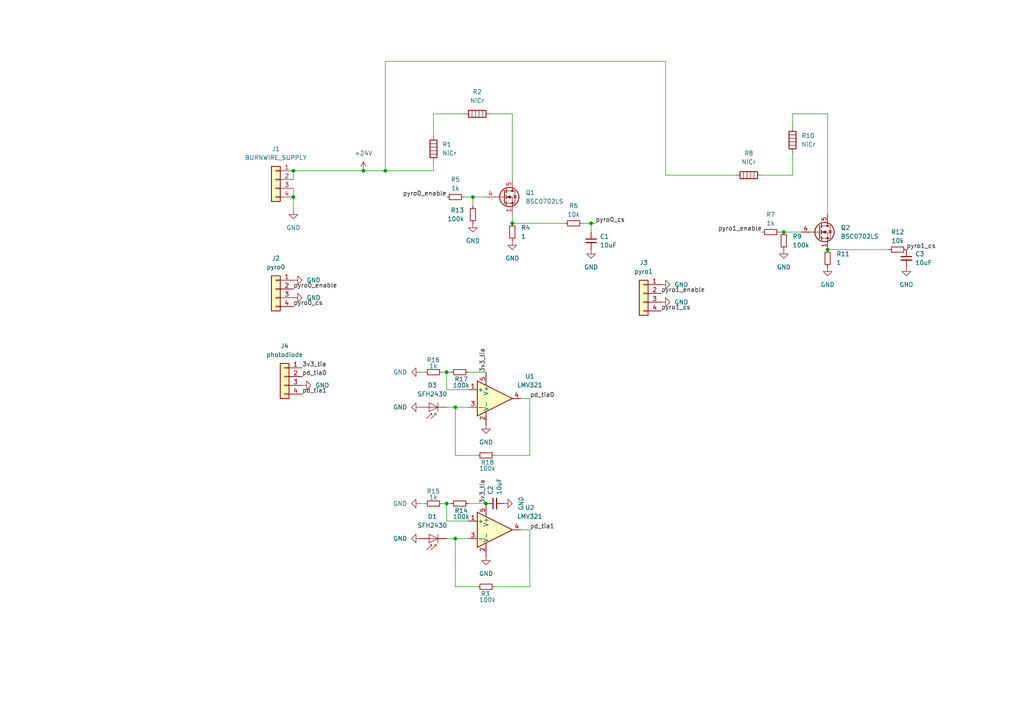
<source format=kicad_sch>
(kicad_sch (version 20250114) (generator "eeschema") (generator_version "9.0")
  (paper "A4")
  (lib_symbols
    (symbol "Amplifier_Operational:LMV321" (pin_names (offset 0.127))
      (property "Reference" "U" (at 0 5.08 0))
      (property "Value" "LMV321" (at 0 -5.08 0))
      (symbol "LMV321_0_1"
        (polyline (pts (xy -5.08 5.08) (xy 5.08 0) (xy -5.08 -5.08) (xy -5.08 5.08)) (stroke (width 0.254)) (fill (type background)))
        (pin power_in line (at -2.54 7.62 270) (length 3.81) (name "V+") (number "5"))
        (pin power_in line (at -2.54 -7.62 90) (length 3.81) (name "V-") (number "2"))
      )
      (symbol "LMV321_1_1"
        (pin input line (at -7.62 2.54 0) (length 2.54) (name "+") (number "1"))
        (pin input line (at -7.62 -2.54 0) (length 2.54) (name "-") (number "3"))
        (pin output line (at 7.62 0 180) (length 2.54) (name "~") (number "4"))
      )
    )
    (symbol "Connector_Generic:Conn_01x04" (pin_names (offset 1.016) (hide yes))
      (property "Reference" "J" (at 0 5.08 0))
      (property "Value" "Conn_01x04" (at 0 -7.62 0))
      (symbol "Conn_01x04_1_1"
        (rectangle (start -1.27 3.81) (end 1.27 -6.35) (stroke (width 0.254)) (fill (type background)))
        (rectangle (start -1.27 2.667) (end 0 2.413) (stroke (width 0.1524)))
        (rectangle (start -1.27 0.127) (end 0 -0.127) (stroke (width 0.1524)))
        (rectangle (start -1.27 -2.413) (end 0 -2.667) (stroke (width 0.1524)))
        (rectangle (start -1.27 -4.953) (end 0 -5.207) (stroke (width 0.1524)))
        (pin passive line (at -5.08 2.54 0) (length 3.81) (name "Pin_1") (number "1"))
        (pin passive line (at -5.08 0 0) (length 3.81) (name "Pin_2") (number "2"))
        (pin passive line (at -5.08 -2.54 0) (length 3.81) (name "Pin_3") (number "3"))
        (pin passive line (at -5.08 -5.08 0) (length 3.81) (name "Pin_4") (number "4"))
      )
    )
    (symbol "Device:C_Small" (pin_numbers (hide yes)) (pin_names (offset 0.254) (hide yes))
      (property "Reference" "C" (at 0.254 1.778 0))
      (property "Value" "C_Small" (at 0.254 -2.032 0))
      (symbol "C_Small_0_1"
        (polyline (pts (xy -1.524 0.508) (xy 1.524 0.508)) (stroke (width 0.3048)))
        (polyline (pts (xy -1.524 -0.508) (xy 1.524 -0.508)) (stroke (width 0.3302)))
      )
      (symbol "C_Small_1_1"
        (pin passive line (at 0 2.54 270) (length 2.032) (name "~") (number "1"))
        (pin passive line (at 0 -2.54 90) (length 2.032) (name "~") (number "2"))
      )
    )
    (symbol "Device:Heater" (pin_numbers (hide yes)) (pin_names (offset 0))
      (property "Reference" "R" (at 2.032 0 90))
      (property "Value" "Heater" (at -2.032 0 90))
      (symbol "Heater_0_1"
        (polyline (pts (xy -1.016 1.524) (xy 1.016 1.524)))
        (rectangle (start -1.016 -2.54) (end 1.016 2.54) (stroke (width 0.254)))
        (polyline (pts (xy 1.016 0.508) (xy -1.016 0.508)))
        (polyline (pts (xy 1.016 -0.508) (xy -1.016 -0.508)))
        (polyline (pts (xy 1.016 -1.524) (xy -1.016 -1.524)))
      )
      (symbol "Heater_1_1"
        (pin passive line (at 0 3.81 270) (length 1.27) (name "~") (number "1"))
        (pin passive line (at 0 -3.81 90) (length 1.27) (name "~") (number "2"))
      )
    )
    (symbol "Device:R_Small" (pin_numbers (hide yes)) (pin_names (offset 0.254) (hide yes))
      (property "Reference" "R" (at 0.762 0.508 0))
      (property "Value" "R_Small" (at 0.762 -1.016 0))
      (symbol "R_Small_0_1"
        (rectangle (start -0.762 1.778) (end 0.762 -1.778) (stroke (width 0.2032)))
      )
      (symbol "R_Small_1_1"
        (pin passive line (at 0 2.54 270) (length 0.762) (name "~") (number "1"))
        (pin passive line (at 0 -2.54 90) (length 0.762) (name "~") (number "2"))
      )
    )
    (symbol "Sensor_Optical:SFH2430" (pin_numbers (hide yes)) (pin_names (offset 1.016) (hide yes))
      (property "Reference" "D" (at 0.508 1.778 0))
      (property "Value" "SFH2430" (at -1.016 -2.794 0))
      (symbol "SFH2430_0_1"
        (polyline (pts (xy -2.54 1.27) (xy -2.54 -1.27)) (stroke (width 0.1524)))
        (polyline (pts (xy -2.032 1.778) (xy -1.524 1.778)))
        (polyline (pts (xy -0.508 3.302) (xy -2.032 1.778) (xy -2.032 2.286)))
        (polyline (pts (xy 0 1.27) (xy -2.54 0) (xy 0 -1.27)))
        (polyline (pts (xy 0 0) (xy -2.54 0)))
        (polyline (pts (xy 0 -1.27) (xy 0 1.27)))
        (polyline (pts (xy 0.762 3.302) (xy -0.762 1.778) (xy -0.762 2.286) (xy -0.762 1.778) (xy -0.254 1.778)))
      )
      (symbol "SFH2430_1_1"
        (pin passive line (at -5.08 0 0) (length 2.54) (name "K") (number "1"))
        (pin passive line (at 2.54 0 180) (length 2.54) (name "A") (number "2"))
      )
    )
    (symbol "Transistor_FET:Si7450DP" (pin_names (hide yes))
      (property "Reference" "Q" (at 5.08 1.905 0))
      (property "Value" "Si7450DP" (at 5.08 0 0))
      (symbol "Si7450DP_0_1"
        (polyline (pts (xy 0.254 1.905) (xy 0.254 -1.905)) (stroke (width 0.254)))
        (polyline (pts (xy 0.254 0) (xy -2.54 0)))
        (polyline (pts (xy 0.762 2.286) (xy 0.762 1.27)) (stroke (width 0.254)))
        (polyline (pts (xy 0.762 0.508) (xy 0.762 -0.508)) (stroke (width 0.254)))
        (polyline (pts (xy 0.762 -1.27) (xy 0.762 -2.286)) (stroke (width 0.254)))
        (polyline (pts (xy 0.762 -1.778) (xy 3.302 -1.778) (xy 3.302 1.778) (xy 0.762 1.778)))
        (polyline (pts (xy 1.016 0) (xy 2.032 0.381) (xy 2.032 -0.381) (xy 1.016 0)) (fill (type outline)))
        (circle (center 1.651 0) (radius 2.794) (stroke (width 0.254)))
        (polyline (pts (xy 2.54 2.54) (xy 2.54 1.778)))
        (circle (center 2.54 1.778) (radius 0.254) (fill (type outline)))
        (circle (center 2.54 -1.778) (radius 0.254) (fill (type outline)))
        (polyline (pts (xy 2.54 -2.54) (xy 2.54 0) (xy 0.762 0)))
        (polyline (pts (xy 2.794 0.508) (xy 2.921 0.381) (xy 3.683 0.381) (xy 3.81 0.254)))
        (polyline (pts (xy 3.302 0.381) (xy 2.921 -0.254) (xy 3.683 -0.254) (xy 3.302 0.381)))
      )
      (symbol "Si7450DP_1_1"
        (pin input line (at -5.08 0 0) (length 2.54) (name "G") (number "4"))
        (pin passive line (at 2.54 5.08 270) (length 2.54) (name "D") (number "5"))
        (pin passive line (at 2.54 -5.08 90) (length 2.54) (name "S") (number "1"))
        (pin passive line (at 2.54 -5.08 90) (length 2.54) (hide yes) (name "S") (number "2"))
        (pin passive line (at 2.54 -5.08 90) (length 2.54) (hide yes) (name "S") (number "3"))
      )
    )
    (symbol "power:+24V" (power) (pin_numbers (hide yes)) (pin_names (offset 0) (hide yes))
      (property "Value" "+24V" (at 0 3.556 0))
      (symbol "+24V_0_1"
        (polyline (pts (xy -0.762 1.27) (xy 0 2.54)))
        (polyline (pts (xy 0 2.54) (xy 0.762 1.27)))
        (polyline (pts (xy 0 0) (xy 0 2.54)))
      )
      (symbol "+24V_1_1"
        (pin power_in line (at 0 0 90) (length 0) (name "~") (number "1"))
      )
    )
    (symbol "power:GND" (power) (pin_numbers (hide yes)) (pin_names (offset 0) (hide yes))
      (property "Value" "GND" (at 0 -3.81 0))
      (symbol "GND_0_1"
        (polyline (pts (xy 0 0) (xy 0 -1.27) (xy 1.27 -1.27) (xy 0 -2.54) (xy -1.27 -1.27) (xy 0 -1.27)))
      )
      (symbol "GND_1_1"
        (pin power_in line (at 0 0 270) (length 0) (name "~") (number "1"))
      )
    )
  )
  (junction (at 132.08 118.11))
  (junction (at 129.54 107.95))
  (junction (at 85.09 49.53))
  (junction (at 111.76 49.53))
  (junction (at 85.09 57.15))
  (junction (at 129.54 146.05))
  (junction (at 148.59 64.77))
  (junction (at 240.03 72.39))
  (junction (at 140.97 146.05))
  (junction (at 132.08 156.21))
  (junction (at 227.33 67.31))
  (junction (at 137.16 57.15))
  (junction (at 105.41 49.53))
  (junction (at 171.45 64.77))
  (wire (pts (xy 138.43 132.08) (xy 132.08 132.08)))
  (wire (pts (xy 229.87 50.8) (xy 229.87 44.45)))
  (wire (pts (xy 135.89 146.05) (xy 140.97 146.05)))
  (wire (pts (xy 134.62 33.02) (xy 125.73 33.02)))
  (wire (pts (xy 85.09 54.61) (xy 85.09 57.15)))
  (wire (pts (xy 129.54 146.05) (xy 130.81 146.05)))
  (wire (pts (xy 135.89 151.13) (xy 129.54 151.13)))
  (wire (pts (xy 129.54 151.13) (xy 129.54 146.05)))
  (wire (pts (xy 85.09 57.15) (xy 85.09 60.96)))
  (wire (pts (xy 153.67 153.67) (xy 151.13 153.67)))
  (wire (pts (xy 142.24 33.02) (xy 148.59 33.02)))
  (wire (pts (xy 132.08 118.11) (xy 135.89 118.11)))
  (wire (pts (xy 193.04 50.8) (xy 193.04 17.78)))
  (wire (pts (xy 137.16 57.15) (xy 134.62 57.15)))
  (wire (pts (xy 121.92 107.95) (xy 123.19 107.95)))
  (wire (pts (xy 193.04 17.78) (xy 111.76 17.78)))
  (wire (pts (xy 129.54 156.21) (xy 132.08 156.21)))
  (wire (pts (xy 168.91 64.77) (xy 171.45 64.77)))
  (wire (pts (xy 125.73 46.99) (xy 125.73 49.53)))
  (wire (pts (xy 125.73 33.02) (xy 125.73 39.37)))
  (wire (pts (xy 129.54 107.95) (xy 130.81 107.95)))
  (wire (pts (xy 240.03 72.39) (xy 257.81 72.39)))
  (wire (pts (xy 137.16 59.69) (xy 137.16 57.15)))
  (wire (pts (xy 148.59 64.77) (xy 163.83 64.77)))
  (wire (pts (xy 148.59 62.23) (xy 148.59 64.77)))
  (wire (pts (xy 229.87 36.83) (xy 229.87 33.02)))
  (wire (pts (xy 135.89 107.95) (xy 140.97 107.95)))
  (wire (pts (xy 129.54 113.03) (xy 129.54 107.95)))
  (wire (pts (xy 138.43 170.18) (xy 132.08 170.18)))
  (wire (pts (xy 148.59 33.02) (xy 148.59 52.07)))
  (wire (pts (xy 128.27 107.95) (xy 129.54 107.95)))
  (wire (pts (xy 111.76 17.78) (xy 111.76 49.53)))
  (wire (pts (xy 125.73 49.53) (xy 111.76 49.53)))
  (wire (pts (xy 111.76 49.53) (xy 105.41 49.53)))
  (wire (pts (xy 227.33 67.31) (xy 232.41 67.31)))
  (wire (pts (xy 171.45 67.31) (xy 171.45 64.77)))
  (wire (pts (xy 132.08 132.08) (xy 132.08 118.11)))
  (wire (pts (xy 153.67 170.18) (xy 153.67 153.67)))
  (wire (pts (xy 121.92 146.05) (xy 123.19 146.05)))
  (wire (pts (xy 85.09 49.53) (xy 85.09 52.07)))
  (wire (pts (xy 85.09 49.53) (xy 105.41 49.53)))
  (wire (pts (xy 143.51 132.08) (xy 153.67 132.08)))
  (wire (pts (xy 220.98 50.8) (xy 229.87 50.8)))
  (wire (pts (xy 128.27 146.05) (xy 129.54 146.05)))
  (wire (pts (xy 137.16 57.15) (xy 140.97 57.15)))
  (wire (pts (xy 153.67 132.08) (xy 153.67 115.57)))
  (wire (pts (xy 132.08 170.18) (xy 132.08 156.21)))
  (wire (pts (xy 135.89 113.03) (xy 129.54 113.03)))
  (wire (pts (xy 240.03 33.02) (xy 240.03 62.23)))
  (wire (pts (xy 213.36 50.8) (xy 193.04 50.8)))
  (wire (pts (xy 229.87 33.02) (xy 240.03 33.02)))
  (wire (pts (xy 132.08 156.21) (xy 135.89 156.21)))
  (wire (pts (xy 129.54 118.11) (xy 132.08 118.11)))
  (wire (pts (xy 171.45 64.77) (xy 172.72 64.77)))
  (wire (pts (xy 226.06 67.31) (xy 227.33 67.31)))
  (wire (pts (xy 143.51 170.18) (xy 153.67 170.18)))
  (wire (pts (xy 153.67 115.57) (xy 151.13 115.57)))
  (label "3v3_tia" (at 140.97 107.95 90))
  (label "pd_tia0" (at 153.67 115.57 0))
  (label "pyro0_cs" (at 172.72 64.77 0))
  (label "pyro1_cs" (at 191.77 90.17 0))
  (label "3v3_tia" (at 140.97 146.05 90))
  (label "pyro0_enable" (at 85.09 83.82 0))
  (label "pyro1_enable" (at 191.77 85.09 0))
  (label "pyro0_cs" (at 85.09 88.9 0))
  (label "pd_tia1" (at 87.63 114.3 0))
  (label "pyro0_enable" (at 129.54 57.15 180))
  (label "3v3_tia" (at 87.63 106.68 0))
  (label "pd_tia0" (at 87.63 109.22 0))
  (label "pyro1_cs" (at 262.89 72.39 0))
  (label "pd_tia1" (at 153.67 153.67 0))
  (label "pyro1_enable" (at 220.98 67.31 180))
  (symbol (lib_id "Connector_Generic:Conn_01x04") (at 80.01 52.07 0) (mirror y) (unit 1)
    (property "Reference" "J1" (at 80.01 43.18 0))
    (property "Value" "BURNWIRE_SUPPLY" (at 80.01 45.72 0))
    (property "Footprint" "Connector_Molex:Molex_PicoBlade_53047-0410_1x04_P1.25mm_Vertical" (effects (hide yes)))
    (property "Description" "Generic connector, single row, 01x04, script generated (kicad-library-utils/schlib/autogen/connector/)" (effects (hide yes)))
  )
  (symbol (lib_id "power:GND") (at 137.16 64.77 0) (unit 1)
    (property "Reference" "#PWR5" (effects (hide yes)))
    (property "Value" "GND" (at 137.16 69.85 0))
    (property "Description" "Power symbol creates a global label with name \"GND\" , ground" (effects (hide yes)))
  )
  (symbol (lib_id "Amplifier_Operational:LMV321") (at 143.51 115.57 0) (unit 1)
    (property "Reference" "U1" (at 153.67 109.1498 0))
    (property "Value" "LMV321" (at 153.67 111.6898 0))
    (property "Footprint" "Package_TO_SOT_SMD:SOT-23-5" (effects (hide yes)))
    (property "Datasheet" "http://www.ti.com/lit/ds/symlink/lmv324.pdf" (effects (hide yes)))
    (property "Description" "Low-Voltage Rail-to-Rail Output Operational Amplifiers, SOT-23-5/SC-70-5" (effects (hide yes)))
  )
  (symbol (lib_id "Device:R_Small") (at 137.16 62.23 0) (mirror x) (unit 1)
    (property "Reference" "R13" (at 134.62 60.9599 0) (effects (justify right)))
    (property "Value" "100k" (at 134.62 63.4999 0) (effects (justify right)))
    (property "Footprint" "Resistor_SMD:R_0603_1608Metric" (effects (hide yes)))
    (property "Description" "Resistor, small symbol" (effects (hide yes)))
  )
  (symbol (lib_id "power:GND") (at 121.92 146.05 270) (unit 1)
    (property "Reference" "#PWR015" (effects (hide yes)))
    (property "Value" "GND" (at 118.11 146.0499 90) (effects (justify right)))
    (property "Description" "Power symbol creates a global label with name \"GND\" , ground" (effects (hide yes)))
  )
  (symbol (lib_id "Connector_Generic:Conn_01x04") (at 82.55 109.22 0) (mirror y) (unit 1)
    (property "Reference" "J4" (at 82.55 100.33 0))
    (property "Value" "photodiode" (at 82.55 102.87 0))
    (property "Footprint" "Connector_Molex:Molex_PicoBlade_53047-0410_1x04_P1.25mm_Vertical" (effects (hide yes)))
    (property "Description" "Generic connector, single row, 01x04, script generated (kicad-library-utils/schlib/autogen/connector/)" (effects (hide yes)))
  )
  (symbol (lib_id "power:GND") (at 240.03 77.47 0) (unit 1)
    (property "Reference" "#PWR10" (effects (hide yes)))
    (property "Value" "GND" (at 240.03 82.55 0))
    (property "Description" "Power symbol creates a global label with name \"GND\" , ground" (effects (hide yes)))
  )
  (symbol (lib_id "power:GND") (at 171.45 72.39 0) (unit 1)
    (property "Reference" "#PWR02" (effects (hide yes)))
    (property "Value" "GND" (at 171.45 77.47 0))
    (property "Description" "Power symbol creates a global label with name \"GND\" , ground" (effects (hide yes)))
  )
  (symbol (lib_id "Device:Heater") (at 125.73 43.18 180) (unit 1)
    (property "Reference" "R1" (at 128.27 41.9099 0) (effects (justify right)))
    (property "Value" "NiCr" (at 128.27 44.4499 0) (effects (justify right)))
    (property "Footprint" "RPRP_neo:nichrome_m3_pos40" (effects (hide yes)))
    (property "Description" "Resistive heater" (effects (hide yes)))
  )
  (symbol (lib_id "power:GND") (at 148.59 69.85 0) (unit 1)
    (property "Reference" "#PWR3" (effects (hide yes)))
    (property "Value" "GND" (at 148.59 74.93 0))
    (property "Description" "Power symbol creates a global label with name \"GND\" , ground" (effects (hide yes)))
  )
  (symbol (lib_id "Device:R_Small") (at 140.97 132.08 270) (mirror x) (unit 1)
    (property "Reference" "R18" (at 139.446 134.112 90) (effects (justify left)))
    (property "Value" "100k" (at 138.938 135.89 90) (effects (justify left)))
    (property "Footprint" "Resistor_SMD:R_0603_1608Metric" (effects (hide yes)))
    (property "Description" "Resistor, small symbol" (effects (hide yes)))
  )
  (symbol (lib_id "power:GND") (at 191.77 87.63 90) (unit 1)
    (property "Reference" "#PWR12" (effects (hide yes)))
    (property "Value" "GND" (at 195.58 87.6299 90) (effects (justify right)))
    (property "Description" "Power symbol creates a global label with name \"GND\" , ground" (effects (hide yes)))
  )
  (symbol (lib_id "power:GND") (at 140.97 123.19 0) (unit 1)
    (property "Reference" "#PWR019" (effects (hide yes)))
    (property "Value" "GND" (at 140.97 128.27 0))
    (property "Description" "Power symbol creates a global label with name \"GND\" , ground" (effects (hide yes)))
  )
  (symbol (lib_id "power:GND") (at 191.77 82.55 90) (unit 1)
    (property "Reference" "#PWR11" (effects (hide yes)))
    (property "Value" "GND" (at 195.58 82.5499 90) (effects (justify right)))
    (property "Description" "Power symbol creates a global label with name \"GND\" , ground" (effects (hide yes)))
  )
  (symbol (lib_id "power:GND") (at 85.09 60.96 0) (unit 1)
    (property "Reference" "#PWR1" (effects (hide yes)))
    (property "Value" "GND" (at 85.09 66.04 0))
    (property "Description" "Power symbol creates a global label with name \"GND\" , ground" (effects (hide yes)))
  )
  (symbol (lib_id "power:GND") (at 146.05 146.05 90) (unit 1)
    (property "Reference" "#PWR020" (effects (hide yes)))
    (property "Value" "GND" (at 151.13 146.05 0))
    (property "Description" "Power symbol creates a global label with name \"GND\" , ground" (effects (hide yes)))
  )
  (symbol (lib_id "power:GND") (at 87.63 111.76 90) (mirror x) (unit 1)
    (property "Reference" "#PWR016" (effects (hide yes)))
    (property "Value" "GND" (at 91.44 111.7599 90) (effects (justify right)))
    (property "Description" "Power symbol creates a global label with name \"GND\" , ground" (effects (hide yes)))
  )
  (symbol (lib_id "power:GND") (at 85.09 81.28 90) (unit 1)
    (property "Reference" "#PWR6" (effects (hide yes)))
    (property "Value" "GND" (at 88.9 81.2799 90) (effects (justify right)))
    (property "Description" "Power symbol creates a global label with name \"GND\" , ground" (effects (hide yes)))
  )
  (symbol (lib_id "Device:C_Small") (at 171.45 69.85 0) (mirror y) (unit 1)
    (property "Reference" "C1" (at 173.99 68.5862 0) (effects (justify right)))
    (property "Value" "10uF" (at 173.99 71.1262 0) (effects (justify right)))
    (property "Footprint" "Capacitor_SMD:C_0805_2012Metric" (effects (hide yes)))
    (property "Description" "Unpolarized capacitor, small symbol" (effects (hide yes)))
  )
  (symbol (lib_id "Device:R_Small") (at 260.35 72.39 90) (unit 1)
    (property "Reference" "R12" (at 260.35 67.31 90))
    (property "Value" "10k" (at 260.35 69.85 90))
    (property "Footprint" "Resistor_SMD:R_0603_1608Metric" (effects (hide yes)))
    (property "Description" "Resistor, small symbol" (effects (hide yes)))
  )
  (symbol (lib_id "Device:R_Small") (at 133.35 107.95 270) (mirror x) (unit 1)
    (property "Reference" "R17" (at 131.826 109.982 90) (effects (justify left)))
    (property "Value" "100k" (at 131.318 111.76 90) (effects (justify left)))
    (property "Footprint" "Resistor_SMD:R_0603_1608Metric" (effects (hide yes)))
    (property "Description" "Resistor, small symbol" (effects (hide yes)))
  )
  (symbol (lib_id "Connector_Generic:Conn_01x04") (at 186.69 85.09 0) (mirror y) (unit 1)
    (property "Reference" "J3" (at 186.69 76.2 0))
    (property "Value" "pyro1" (at 186.69 78.74 0))
    (property "Footprint" "Connector_Molex:Molex_PicoBlade_53047-0410_1x04_P1.25mm_Vertical" (effects (hide yes)))
    (property "Description" "Generic connector, single row, 01x04, script generated (kicad-library-utils/schlib/autogen/connector/)" (effects (hide yes)))
  )
  (symbol (lib_id "power:GND") (at 85.09 86.36 90) (unit 1)
    (property "Reference" "#PWR7" (effects (hide yes)))
    (property "Value" "GND" (at 88.9 86.3599 90) (effects (justify right)))
    (property "Description" "Power symbol creates a global label with name \"GND\" , ground" (effects (hide yes)))
  )
  (symbol (lib_id "Transistor_FET:Si7450DP") (at 146.05 57.15 0) (unit 1)
    (property "Reference" "Q1" (at 152.4 55.8799 0) (effects (justify left)))
    (property "Value" "BSC0702LS" (at 152.4 58.4199 0) (effects (justify left)))
    (property "Footprint" "Package_SO:PowerPAK_SO-8_Single" (effects (hide yes)))
    (property "Datasheet" "https://www.vishay.com/docs/71432/si7450dp.pdf" (effects (hide yes)))
    (property "Description" "5.3A Id, 200V Vds, 80mOhm Ron, PowerPAK-8" (effects (hide yes)))
  )
  (symbol (lib_id "Device:Heater") (at 229.87 40.64 180) (unit 1)
    (property "Reference" "R10" (at 232.41 39.3699 0) (effects (justify right)))
    (property "Value" "NiCr" (at 232.41 41.9099 0) (effects (justify right)))
    (property "Footprint" "RPRP_neo:nichrome_m3_pos40" (effects (hide yes)))
    (property "Description" "Resistive heater" (effects (hide yes)))
  )
  (symbol (lib_id "power:GND") (at 262.89 77.47 0) (unit 1)
    (property "Reference" "#PWR013" (effects (hide yes)))
    (property "Value" "GND" (at 262.89 82.55 0))
    (property "Description" "Power symbol creates a global label with name \"GND\" , ground" (effects (hide yes)))
  )
  (symbol (lib_id "Device:R_Small") (at 148.59 67.31 0) (unit 1)
    (property "Reference" "R4" (at 151.13 66.0399 0) (effects (justify left)))
    (property "Value" "1" (at 151.13 68.5799 0) (effects (justify left)))
    (property "Footprint" "Resistor_SMD:R_2512_6332Metric" (effects (hide yes)))
    (property "Description" "Resistor, small symbol" (effects (hide yes)))
  )
  (symbol (lib_id "Amplifier_Operational:LMV321") (at 143.51 153.67 0) (unit 1)
    (property "Reference" "U2" (at 153.67 147.2498 0))
    (property "Value" "LMV321" (at 153.67 149.7898 0))
    (property "Footprint" "Package_TO_SOT_SMD:SOT-23-5" (effects (hide yes)))
    (property "Datasheet" "http://www.ti.com/lit/ds/symlink/lmv324.pdf" (effects (hide yes)))
    (property "Description" "Low-Voltage Rail-to-Rail Output Operational Amplifiers, SOT-23-5/SC-70-5" (effects (hide yes)))
  )
  (symbol (lib_id "Device:C_Small") (at 143.51 146.05 90) (mirror x) (unit 1)
    (property "Reference" "C2" (at 142.2462 143.51 0) (effects (justify right)))
    (property "Value" "10uF" (at 144.7862 143.51 0) (effects (justify right)))
    (property "Footprint" "Capacitor_SMD:C_0805_2012Metric" (effects (hide yes)))
    (property "Description" "Unpolarized capacitor, small symbol" (effects (hide yes)))
  )
  (symbol (lib_id "Device:R_Small") (at 240.03 74.93 0) (unit 1)
    (property "Reference" "R11" (at 242.57 73.6599 0) (effects (justify left)))
    (property "Value" "1" (at 242.57 76.1999 0) (effects (justify left)))
    (property "Footprint" "Resistor_SMD:R_2512_6332Metric" (effects (hide yes)))
    (property "Description" "Resistor, small symbol" (effects (hide yes)))
  )
  (symbol (lib_id "power:+24V") (at 105.41 49.53 0) (unit 1)
    (property "Reference" "#PWR4" (effects (hide yes)))
    (property "Value" "+24V" (at 105.41 44.45 0))
    (property "Description" "Power symbol creates a global label with name \"+24V\"" (effects (hide yes)))
  )
  (symbol (lib_id "Device:R_Small") (at 140.97 170.18 270) (mirror x) (unit 1)
    (property "Reference" "R3" (at 139.446 172.212 90) (effects (justify left)))
    (property "Value" "100k" (at 138.938 173.99 90) (effects (justify left)))
    (property "Footprint" "Resistor_SMD:R_0603_1608Metric" (effects (hide yes)))
    (property "Description" "Resistor, small symbol" (effects (hide yes)))
  )
  (symbol (lib_id "Device:R_Small") (at 223.52 67.31 90) (unit 1)
    (property "Reference" "R7" (at 223.52 62.23 90))
    (property "Value" "1k" (at 223.52 64.77 90))
    (property "Footprint" "Resistor_SMD:R_0603_1608Metric" (effects (hide yes)))
    (property "Description" "Resistor, small symbol" (effects (hide yes)))
  )
  (symbol (lib_id "Transistor_FET:Si7450DP") (at 237.49 67.31 0) (unit 1)
    (property "Reference" "Q2" (at 243.84 66.0399 0) (effects (justify left)))
    (property "Value" "BSC0702LS" (at 243.84 68.5799 0) (effects (justify left)))
    (property "Footprint" "Package_SO:PowerPAK_SO-8_Single" (effects (hide yes)))
    (property "Datasheet" "https://www.vishay.com/docs/71432/si7450dp.pdf" (effects (hide yes)))
    (property "Description" "5.3A Id, 200V Vds, 80mOhm Ron, PowerPAK-8" (effects (hide yes)))
  )
  (symbol (lib_id "power:GND") (at 227.33 72.39 0) (unit 1)
    (property "Reference" "#PWR9" (effects (hide yes)))
    (property "Value" "GND" (at 227.33 77.47 0))
    (property "Description" "Power symbol creates a global label with name \"GND\" , ground" (effects (hide yes)))
  )
  (symbol (lib_id "Device:R_Small") (at 132.08 57.15 90) (unit 1)
    (property "Reference" "R5" (at 132.08 52.07 90))
    (property "Value" "1k" (at 132.08 54.61 90))
    (property "Footprint" "Resistor_SMD:R_0603_1608Metric" (effects (hide yes)))
    (property "Description" "Resistor, small symbol" (effects (hide yes)))
  )
  (symbol (lib_id "Device:Heater") (at 217.17 50.8 270) (unit 1)
    (property "Reference" "R8" (at 217.17 44.45 90))
    (property "Value" "NiCr" (at 217.17 46.99 90))
    (property "Footprint" "RPRP_neo:nichrome_m3_pos40" (effects (hide yes)))
    (property "Description" "Resistive heater" (effects (hide yes)))
  )
  (symbol (lib_id "power:GND") (at 121.92 118.11 270) (unit 1)
    (property "Reference" "#PWR018" (effects (hide yes)))
    (property "Value" "GND" (at 118.11 118.1099 90) (effects (justify right)))
    (property "Description" "Power symbol creates a global label with name \"GND\" , ground" (effects (hide yes)))
  )
  (symbol (lib_id "power:GND") (at 121.92 156.21 270) (unit 1)
    (property "Reference" "#PWR014" (effects (hide yes)))
    (property "Value" "GND" (at 118.11 156.2099 90) (effects (justify right)))
    (property "Description" "Power symbol creates a global label with name \"GND\" , ground" (effects (hide yes)))
  )
  (symbol (lib_id "power:GND") (at 140.97 161.29 0) (unit 1)
    (property "Reference" "#PWR08" (effects (hide yes)))
    (property "Value" "GND" (at 140.97 166.37 0))
    (property "Description" "Power symbol creates a global label with name \"GND\" , ground" (effects (hide yes)))
  )
  (symbol (lib_id "power:GND") (at 121.92 107.95 270) (unit 1)
    (property "Reference" "#PWR017" (effects (hide yes)))
    (property "Value" "GND" (at 118.11 107.9499 90) (effects (justify right)))
    (property "Description" "Power symbol creates a global label with name \"GND\" , ground" (effects (hide yes)))
  )
  (symbol (lib_id "Device:Heater") (at 138.43 33.02 90) (unit 1)
    (property "Reference" "R2" (at 138.43 26.67 90))
    (property "Value" "NiCr" (at 138.43 29.21 90))
    (property "Footprint" "RPRP_neo:nichrome_m3_pos40" (effects (hide yes)))
    (property "Description" "Resistive heater" (effects (hide yes)))
  )
  (symbol (lib_id "Sensor_Optical:SFH2430") (at 124.46 118.11 180) (unit 1)
    (property "Reference" "D3" (at 125.3871 111.76 0))
    (property "Value" "SFH2430" (at 125.3871 114.3 0))
    (property "Footprint" "OptoDevice:Osram_SFH2430" (effects (hide yes)))
    (property "Datasheet" "https://dammedia.osram.info/media/resource/hires/osram-dam-5467144/SFH%202430_EN.pdf" (effects (hide yes)))
    (property "Description" "Silicon Photodiode, Vf 1.2V, Area 2.65x2.65mm" (effects (hide yes)))
  )
  (symbol (lib_id "Device:R_Small") (at 125.73 146.05 90) (mirror x) (unit 1)
    (property "Reference" "R15" (at 123.698 142.494 90) (effects (justify right)))
    (property "Value" "1k" (at 124.46 144.272 90) (effects (justify right)))
    (property "Footprint" "Resistor_SMD:R_0603_1608Metric" (effects (hide yes)))
    (property "Description" "Resistor, small symbol" (effects (hide yes)))
  )
  (symbol (lib_id "Device:R_Small") (at 227.33 69.85 0) (unit 1)
    (property "Reference" "R9" (at 229.87 68.5799 0) (effects (justify left)))
    (property "Value" "100k" (at 229.87 71.1199 0) (effects (justify left)))
    (property "Footprint" "Resistor_SMD:R_0603_1608Metric" (effects (hide yes)))
    (property "Description" "Resistor, small symbol" (effects (hide yes)))
  )
  (symbol (lib_id "Sensor_Optical:SFH2430") (at 124.46 156.21 180) (unit 1)
    (property "Reference" "D1" (at 125.3871 149.86 0))
    (property "Value" "SFH2430" (at 125.3871 152.4 0))
    (property "Footprint" "OptoDevice:Osram_SFH2430" (effects (hide yes)))
    (property "Datasheet" "https://dammedia.osram.info/media/resource/hires/osram-dam-5467144/SFH%202430_EN.pdf" (effects (hide yes)))
    (property "Description" "Silicon Photodiode, Vf 1.2V, Area 2.65x2.65mm" (effects (hide yes)))
  )
  (symbol (lib_id "Connector_Generic:Conn_01x04") (at 80.01 83.82 0) (mirror y) (unit 1)
    (property "Reference" "J2" (at 80.01 74.93 0))
    (property "Value" "pyro0" (at 80.01 77.47 0))
    (property "Footprint" "Connector_Molex:Molex_PicoBlade_53047-0410_1x04_P1.25mm_Vertical" (effects (hide yes)))
    (property "Description" "Generic connector, single row, 01x04, script generated (kicad-library-utils/schlib/autogen/connector/)" (effects (hide yes)))
  )
  (symbol (lib_id "Device:R_Small") (at 166.37 64.77 90) (unit 1)
    (property "Reference" "R6" (at 166.37 59.69 90))
    (property "Value" "10k" (at 166.37 62.23 90))
    (property "Footprint" "Resistor_SMD:R_0603_1608Metric" (effects (hide yes)))
    (property "Description" "Resistor, small symbol" (effects (hide yes)))
  )
  (symbol (lib_id "Device:R_Small") (at 133.35 146.05 270) (mirror x) (unit 1)
    (property "Reference" "R14" (at 131.826 148.082 90) (effects (justify left)))
    (property "Value" "100k" (at 131.318 149.86 90) (effects (justify left)))
    (property "Footprint" "Resistor_SMD:R_0603_1608Metric" (effects (hide yes)))
    (property "Description" "Resistor, small symbol" (effects (hide yes)))
  )
  (symbol (lib_id "Device:C_Small") (at 262.89 74.93 0) (mirror y) (unit 1)
    (property "Reference" "C3" (at 265.43 73.6662 0) (effects (justify right)))
    (property "Value" "10uF" (at 265.43 76.2062 0) (effects (justify right)))
    (property "Footprint" "Capacitor_SMD:C_0805_2012Metric" (effects (hide yes)))
    (property "Description" "Unpolarized capacitor, small symbol" (effects (hide yes)))
  )
  (symbol (lib_id "Device:R_Small") (at 125.73 107.95 90) (mirror x) (unit 1)
    (property "Reference" "R16" (at 123.698 104.394 90) (effects (justify right)))
    (property "Value" "1k" (at 124.46 106.172 90) (effects (justify right)))
    (property "Footprint" "Resistor_SMD:R_0603_1608Metric" (effects (hide yes)))
    (property "Description" "Resistor, small symbol" (effects (hide yes)))
  )
)
</source>
